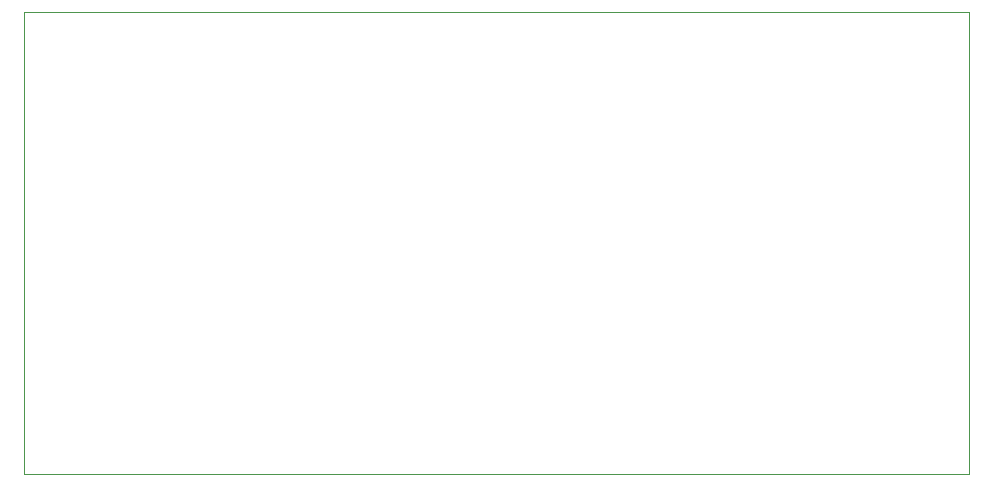
<source format=gbr>
%TF.GenerationSoftware,KiCad,Pcbnew,(5.1.6)-1*%
%TF.CreationDate,2020-07-06T13:03:39-04:00*%
%TF.ProjectId,HVPatchBoard,48565061-7463-4684-926f-6172642e6b69,rev?*%
%TF.SameCoordinates,Original*%
%TF.FileFunction,Profile,NP*%
%FSLAX46Y46*%
G04 Gerber Fmt 4.6, Leading zero omitted, Abs format (unit mm)*
G04 Created by KiCad (PCBNEW (5.1.6)-1) date 2020-07-06 13:03:39*
%MOMM*%
%LPD*%
G01*
G04 APERTURE LIST*
%TA.AperFunction,Profile*%
%ADD10C,0.050000*%
%TD*%
G04 APERTURE END LIST*
D10*
X50800000Y-89916000D02*
X50800000Y-50800000D01*
X130810000Y-89916000D02*
X50800000Y-89916000D01*
X130810000Y-50800000D02*
X130810000Y-89916000D01*
X50800000Y-50800000D02*
X130810000Y-50800000D01*
M02*

</source>
